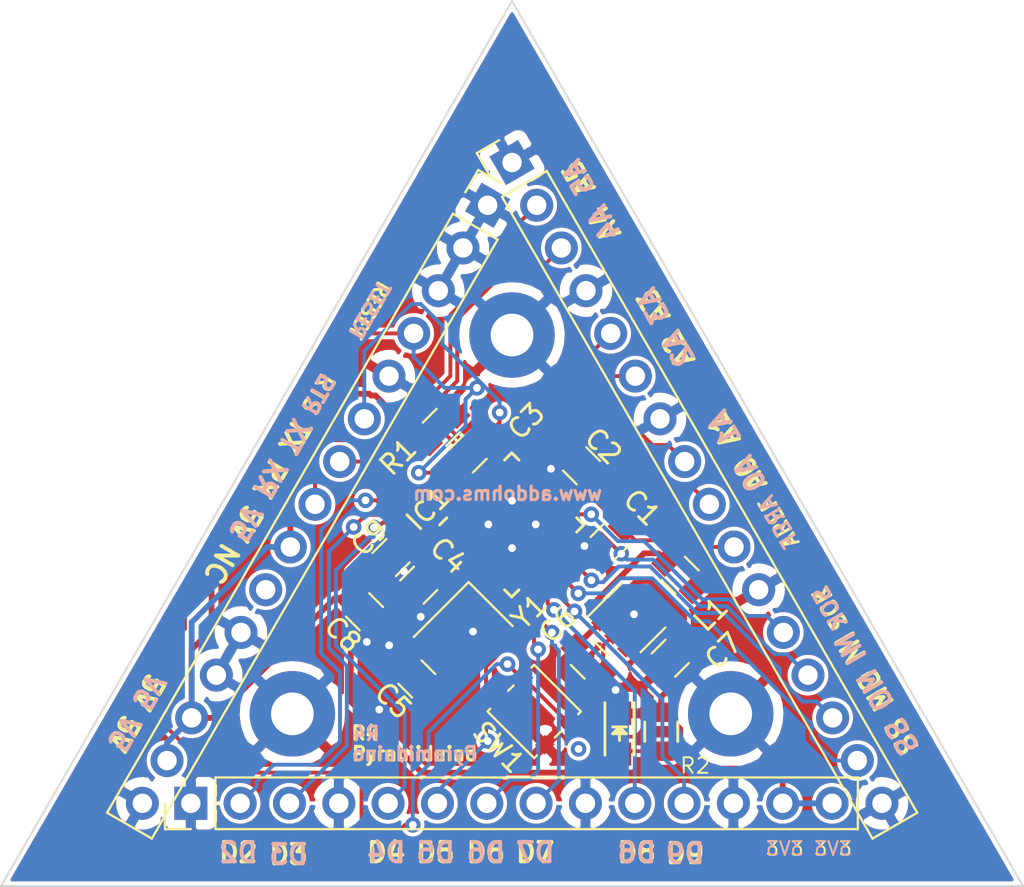
<source format=kicad_pcb>
(kicad_pcb (version 4) (host pcbnew 4.0.5)
  (layers (0 F.Cu signal) (31 B.Cu signal) (34 B.Paste user) (35 F.Paste user) (36 B.SilkS user) (37 F.SilkS user) (38 B.Mask user) (39 F.Mask user) (44 Edge.Cuts user))
  (net 0 "")
  (net 1 "Net-(C1-Pad1)")
  (net 2 GND)
  (net 3 /AREF)
  (net 4 /RESET)
  (net 5 /RTS)
  (net 6 /X_P)
  (net 7 /X_N)
  (net 8 VCC)
  (net 9 +3V3)
  (net 10 /D3)
  (net 11 /D4)
  (net 12 /D5)
  (net 13 /D6)
  (net 14 /D7)
  (net 15 /D8)
  (net 16 /D9)
  (net 17 /SS)
  (net 18 /MOSI)
  (net 19 /MISO)
  (net 20 /SCK)
  (net 21 /A0)
  (net 22 /A1)
  (net 23 /A2)
  (net 24 /A3)
  (net 25 /A4)
  (net 26 /A5)
  (net 27 /328-RX)
  (net 28 /328-TX)
  (net 29 /D2)
  (net 30 "Net-(D1-Pad2)")
  (module Pin_Headers:Pin_Header_Straight_1x16_Pitch2.54mm (layer F.Cu) (at 126.317 92.739 30)
    (fp_text reference P1 hide)
    (fp_text value CONN_01X16)
    (pad 1 thru_hole rect (at 0 0 30) (size 1.7 1.7) (drill 1) (layers *.Cu *.Mask) (net 2 GND))
    (pad 2 thru_hole oval (at 0 2.54 30) (size 1.7 1.7) (drill 1) (layers *.Cu *.Mask) (net 26 /A5))
    (pad 3 thru_hole oval (at 0 5.08 30) (size 1.7 1.7) (drill 1) (layers *.Cu *.Mask) (net 25 /A4))
    (pad 4 thru_hole oval (at 0 7.62 30) (size 1.7 1.7) (drill 1) (layers *.Cu *.Mask) (net 2 GND))
    (pad 5 thru_hole oval (at 0 10.16 30) (size 1.7 1.7) (drill 1) (layers *.Cu *.Mask) (net 24 /A3))
    (pad 6 thru_hole oval (at 0 12.7 30) (size 1.7 1.7) (drill 1) (layers *.Cu *.Mask) (net 23 /A2))
    (pad 7 thru_hole oval (at 0 15.24 30) (size 1.7 1.7) (drill 1) (layers *.Cu *.Mask) (net 2 GND))
    (pad 8 thru_hole oval (at 0 17.78 30) (size 1.7 1.7) (drill 1) (layers *.Cu *.Mask) (net 22 /A1))
    (pad 9 thru_hole oval (at 0 20.32 30) (size 1.7 1.7) (drill 1) (layers *.Cu *.Mask) (net 21 /A0))
    (pad 10 thru_hole oval (at 0 22.86 30) (size 1.7 1.7) (drill 1) (layers *.Cu *.Mask) (net 3 /AREF))
    (pad 11 thru_hole oval (at 0 25.4 30) (size 1.7 1.7) (drill 1) (layers *.Cu *.Mask) (net 2 GND))
    (pad 12 thru_hole oval (at 0 27.94 30) (size 1.7 1.7) (drill 1) (layers *.Cu *.Mask) (net 20 /SCK))
    (pad 13 thru_hole oval (at 0 30.48 30) (size 1.7 1.7) (drill 1) (layers *.Cu *.Mask) (net 19 /MISO))
    (pad 14 thru_hole oval (at 0 33.02 30) (size 1.7 1.7) (drill 1) (layers *.Cu *.Mask) (net 18 /MOSI))
    (pad 15 thru_hole oval (at 0 35.56 30) (size 1.7 1.7) (drill 1) (layers *.Cu *.Mask) (net 17 /SS))
    (pad 16 thru_hole oval (at 0 38.1 30) (size 1.7 1.7) (drill 1) (layers *.Cu *.Mask) (net 2 GND))
  )
  (module Capacitors_SMD:C_0805 (layer F.Cu) (at 131.318 112.268 225)
    (fp_text reference C1 (at -2.439518 0.060811 315) (layer F.SilkS))
    (fp_text value 100nF)
    (pad 1 smd rect (at -1 0 225) (size 1 1.25) (layers F.Cu F.Paste F.Mask) (net 1 "Net-(C1-Pad1)"))
    (pad 2 smd rect (at 1 0 225) (size 1 1.25) (layers F.Cu F.Paste F.Mask) (net 2 GND))
  )
  (module Capacitors_SMD:C_0805 (layer F.Cu) (at 129.8956 108.3564 135)
    (fp_text reference C2 (at -0.071842 1.508683 135) (layer F.SilkS))
    (fp_text value 10nF)
    (pad 1 smd rect (at -1 0 135) (size 1 1.25) (layers F.Cu F.Paste F.Mask) (net 3 /AREF))
    (pad 2 smd rect (at 1 0 135) (size 1 1.25) (layers F.Cu F.Paste F.Mask) (net 2 GND))
  )
  (module Capacitors_SMD:C_0805 (layer F.Cu) (at 124.0536 107.7468 45)
    (fp_text reference C3 (at 3.304734 0.933947 45) (layer F.SilkS))
    (fp_text value 100nF)
    (pad 1 smd rect (at -1 0 45) (size 1 1.25) (layers F.Cu F.Paste F.Mask) (net 4 /RESET))
    (pad 2 smd rect (at 1 0 45) (size 1 1.25) (layers F.Cu F.Paste F.Mask) (net 5 /RTS))
  )
  (module Capacitors_SMD:C_0805 (layer F.Cu) (at 121.5136 114.5032 45)
    (fp_text reference C4 (at 2.155261 0 315) (layer F.SilkS))
    (fp_text value 22pF)
    (pad 1 smd rect (at -1 0 45) (size 1 1.25) (layers F.Cu F.Paste F.Mask) (net 2 GND))
    (pad 2 smd rect (at 1 0 45) (size 1 1.25) (layers F.Cu F.Paste F.Mask) (net 6 /X_P))
  )
  (module Capacitors_SMD:C_0805 (layer F.Cu) (at 121.412 119.3292 315)
    (fp_text reference C5 (at -0.071842 1.652367 315) (layer F.SilkS))
    (fp_text value 22pF)
    (pad 1 smd rect (at -1 0 315) (size 1 1.25) (layers F.Cu F.Paste F.Mask) (net 2 GND))
    (pad 2 smd rect (at 1 0 315) (size 1 1.25) (layers F.Cu F.Paste F.Mask) (net 7 /X_N))
  )
  (module Capacitors_SMD:C_0805 (layer F.Cu) (at 130.302 118.364 135)
    (fp_text reference C6 (at 2.44263 0.143684 225) (layer F.SilkS))
    (fp_text value 1uF)
    (pad 1 smd rect (at -1 0 135) (size 1 1.25) (layers F.Cu F.Paste F.Mask) (net 2 GND))
    (pad 2 smd rect (at 1 0 135) (size 1 1.25) (layers F.Cu F.Paste F.Mask) (net 8 VCC))
  )
  (module Capacitors_SMD:C_0805 (layer F.Cu) (at 134.4676 118.2624 45)
    (fp_text reference C7 (at 2.188354 1.675843 45) (layer F.SilkS))
    (fp_text value 1uF)
    (pad 1 smd rect (at -1 0 45) (size 1 1.25) (layers F.Cu F.Paste F.Mask) (net 2 GND))
    (pad 2 smd rect (at 1 0 45) (size 1 1.25) (layers F.Cu F.Paste F.Mask) (net 9 +3V3))
  )
  (module Capacitors_SMD:C_0805 (layer F.Cu) (at 118.7196 115.8748 315)
    (fp_text reference C8 (at 0.035921 1.616446 315) (layer F.SilkS))
    (fp_text value 1uF)
    (pad 1 smd rect (at -1 0 315) (size 1 1.25) (layers F.Cu F.Paste F.Mask) (net 8 VCC))
    (pad 2 smd rect (at 1 0 315) (size 1 1.25) (layers F.Cu F.Paste F.Mask) (net 2 GND))
  )
  (module Capacitors_SMD:C_0805 (layer F.Cu) (at 120.0912 113.0808 225)
    (fp_text reference C9 (at 0.071842 1.508683 225) (layer F.SilkS))
    (fp_text value 100nF)
    (pad 1 smd rect (at -1 0 225) (size 1 1.25) (layers F.Cu F.Paste F.Mask) (net 8 VCC))
    (pad 2 smd rect (at 1 0 225) (size 1 1.25) (layers F.Cu F.Paste F.Mask) (net 2 GND))
  )
  (module Capacitors_SMD:C_0805 (layer F.Cu) (at 134.9756 113.9952 135)
    (fp_text reference L1 (at -2.530877 -0.304339 225) (layer F.SilkS))
    (fp_text value 10uH)
    (pad 1 smd rect (at -1 0 135) (size 1 1.25) (layers F.Cu F.Paste F.Mask) (net 1 "Net-(C1-Pad1)"))
    (pad 2 smd rect (at 1 0 135) (size 1 1.25) (layers F.Cu F.Paste F.Mask) (net 8 VCC))
  )
  (module Pin_Headers:Pin_Header_Straight_1x15_Pitch2.54mm (layer F.Cu) (at 125.061 94.939 330)
    (fp_text reference P2 hide)
    (fp_text value CONN_01X14)
    (pad 1 thru_hole rect (at 0 0 330) (size 1.7 1.7) (drill 1) (layers *.Cu *.Mask) (net 2 GND))
    (pad 2 thru_hole oval (at 0 2.54 330) (size 1.7 1.7) (drill 1) (layers *.Cu *.Mask) (net 2 GND))
    (pad 3 thru_hole oval (at 0 5.08 330) (size 1.7 1.7) (drill 1) (layers *.Cu *.Mask) (net 2 GND))
    (pad 4 thru_hole oval (at 0 7.62 330) (size 1.7 1.7) (drill 1) (layers *.Cu *.Mask) (net 4 /RESET))
    (pad 5 thru_hole oval (at 0 10.16 330) (size 1.7 1.7) (drill 1) (layers *.Cu *.Mask) (net 2 GND))
    (pad 6 thru_hole oval (at 0 12.7 330) (size 1.7 1.7) (drill 1) (layers *.Cu *.Mask) (net 5 /RTS))
    (pad 7 thru_hole oval (at 0 15.24 330) (size 1.7 1.7) (drill 1) (layers *.Cu *.Mask) (net 28 /328-TX))
    (pad 8 thru_hole oval (at 0 17.78 330) (size 1.7 1.7) (drill 1) (layers *.Cu *.Mask) (net 27 /328-RX))
    (pad 9 thru_hole oval (at 0 20.32 330) (size 1.7 1.7) (drill 1) (layers *.Cu *.Mask) (net 8 VCC))
    (pad 10 thru_hole oval (at 0 22.86 330) (size 1.7 1.7) (drill 1) (layers *.Cu *.Mask))
    (pad 11 thru_hole oval (at 0 25.4 330) (size 1.7 1.7) (drill 1) (layers *.Cu *.Mask) (net 2 GND))
    (pad 12 thru_hole oval (at 0 27.94 330) (size 1.7 1.7) (drill 1) (layers *.Cu *.Mask) (net 2 GND))
    (pad 13 thru_hole oval (at 0 30.48 330) (size 1.7 1.7) (drill 1) (layers *.Cu *.Mask) (net 8 VCC))
    (pad 14 thru_hole oval (at 0 33.02 330) (size 1.7 1.7) (drill 1) (layers *.Cu *.Mask) (net 8 VCC))
    (pad 15 thru_hole oval (at 0 35.56 330) (size 1.7 1.7) (drill 1) (layers *.Cu *.Mask) (net 2 GND))
  )
  (module Pin_Headers:Pin_Header_Straight_1x14_Pitch2.54mm (layer F.Cu) (at 109.776 125.735 90)
    (fp_text reference P3 hide)
    (fp_text value CONN_01X14)
    (pad 1 thru_hole rect (at 0 0 90) (size 1.7 1.7) (drill 1) (layers *.Cu *.Mask) (net 2 GND))
    (pad 2 thru_hole oval (at 0 2.54 90) (size 1.7 1.7) (drill 1) (layers *.Cu *.Mask) (net 29 /D2))
    (pad 3 thru_hole oval (at 0 5.08 90) (size 1.7 1.7) (drill 1) (layers *.Cu *.Mask) (net 10 /D3))
    (pad 4 thru_hole oval (at 0 7.62 90) (size 1.7 1.7) (drill 1) (layers *.Cu *.Mask) (net 2 GND))
    (pad 5 thru_hole oval (at 0 10.16 90) (size 1.7 1.7) (drill 1) (layers *.Cu *.Mask) (net 11 /D4))
    (pad 6 thru_hole oval (at 0 12.7 90) (size 1.7 1.7) (drill 1) (layers *.Cu *.Mask) (net 12 /D5))
    (pad 7 thru_hole oval (at 0 15.24 90) (size 1.7 1.7) (drill 1) (layers *.Cu *.Mask) (net 13 /D6))
    (pad 8 thru_hole oval (at 0 17.78 90) (size 1.7 1.7) (drill 1) (layers *.Cu *.Mask) (net 14 /D7))
    (pad 9 thru_hole oval (at 0 20.32 90) (size 1.7 1.7) (drill 1) (layers *.Cu *.Mask) (net 2 GND))
    (pad 10 thru_hole oval (at 0 22.86 90) (size 1.7 1.7) (drill 1) (layers *.Cu *.Mask) (net 15 /D8))
    (pad 11 thru_hole oval (at 0 25.4 90) (size 1.7 1.7) (drill 1) (layers *.Cu *.Mask) (net 16 /D9))
    (pad 12 thru_hole oval (at 0 27.94 90) (size 1.7 1.7) (drill 1) (layers *.Cu *.Mask) (net 2 GND))
    (pad 13 thru_hole oval (at 0 30.48 90) (size 1.7 1.7) (drill 1) (layers *.Cu *.Mask) (net 9 +3V3))
    (pad 14 thru_hole oval (at 0 33.02 90) (size 1.7 1.7) (drill 1) (layers *.Cu *.Mask) (net 9 +3V3))
  )
  (module Mounting_Holes:MountingHole_2.2mm_M2_Pad (layer F.Cu) (at 115.005 121.127)
    (fp_text reference P4 hide)
    (fp_text value CONN_01X01)
    (pad 1 thru_hole circle (at 0 0) (size 4.4 4.4) (drill 2.2) (layers *.Cu *.Mask) (net 2 GND))
  )
  (module Mounting_Holes:MountingHole_2.2mm_M2_Pad (layer F.Cu) (at 137.578 121.127)
    (fp_text reference P5 hide)
    (fp_text value CONN_01X01)
    (pad 1 thru_hole circle (at 0 0) (size 4.4 4.4) (drill 2.2) (layers *.Cu *.Mask) (net 2 GND))
  )
  (module Mounting_Holes:MountingHole_2.2mm_M2_Pad (layer F.Cu) (at 126.317 101.621)
    (fp_text reference P6 hide)
    (fp_text value CONN_01X01)
    (pad 1 thru_hole circle (at 0 0) (size 4.4 4.4) (drill 2.2) (layers *.Cu *.Mask) (net 2 GND))
  )
  (module Capacitors_SMD:C_0805 (layer F.Cu) (at 122.682 106.3752 45)
    (fp_text reference R1 (at -2.658156 -0.502894 45) (layer F.SilkS))
    (fp_text value 100K)
    (pad 1 smd rect (at -1 0 45) (size 1 1.25) (layers F.Cu F.Paste F.Mask) (net 8 VCC))
    (pad 2 smd rect (at 1 0 45) (size 1 1.25) (layers F.Cu F.Paste F.Mask) (net 4 /RESET))
  )
  (module TO_SOT_Packages_SMD:SOT-23-5 (layer F.Cu) (at 132.4356 116.1796 45)
    (fp_text reference U1 hide)
    (fp_text value MIC5504-3.3YM5)
    (pad 1 smd rect (at -1.1 -0.95 45) (size 1.06 0.65) (layers F.Cu F.Paste F.Mask) (net 8 VCC))
    (pad 2 smd rect (at -1.1 0 45) (size 1.06 0.65) (layers F.Cu F.Paste F.Mask) (net 2 GND))
    (pad 3 smd rect (at -1.1 0.95 45) (size 1.06 0.65) (layers F.Cu F.Paste F.Mask))
    (pad 4 smd rect (at 1.1 0.95 45) (size 1.06 0.65) (layers F.Cu F.Paste F.Mask))
    (pad 5 smd rect (at 1.1 -0.95 45) (size 1.06 0.65) (layers F.Cu F.Paste F.Mask) (net 9 +3V3))
  )
  (module "My Libraries:FA238-4pin_3.2x2.5mm_Offset" (layer F.Cu) (at 123.7996 116.8908 225)
    (fp_text reference Y1 (at -3.125129 -1.688288 225) (layer F.SilkS))
    (fp_text value 16M)
    (pad 1 smd rect (at -1.1 0.8 225) (size 1.4 1.2) (layers F.Cu F.Paste F.Mask) (net 6 /X_P))
    (pad 2 smd rect (at 1.1 0.8 225) (size 1.4 1.2) (layers F.Cu F.Paste F.Mask) (net 2 GND))
    (pad 3 smd rect (at 1.1 -0.8 225) (size 1.4 1.2) (layers F.Cu F.Paste F.Mask) (net 7 /X_N))
    (pad 4 smd rect (at -1.1 -0.8 225) (size 1.4 1.2) (layers F.Cu F.Paste F.Mask) (net 2 GND))
  )
  (module "My Libraries:SW_SPST_PTS830" (layer F.Cu) (at 127.4572 121.0056 135)
    (fp_text reference SW1 (at 0 -2.6 135) (layer F.SilkS))
    (fp_text value SW_PUSH)
    (pad 1 smd rect (at -1.6 -0.825 135) (size 0.7 0.75) (layers F.Cu F.Paste F.Mask) (net 2 GND))
    (pad 1 smd rect (at 1.6 -0.825 135) (size 0.7 0.75) (layers F.Cu F.Paste F.Mask) (net 2 GND))
    (pad 2 smd rect (at -1.6 0.825 135) (size 0.7 0.75) (layers F.Cu F.Paste F.Mask) (net 4 /RESET))
    (pad 2 smd rect (at 1.6 0.825 135) (size 0.7 0.75) (layers F.Cu F.Paste F.Mask) (net 4 /RESET))
  )
  (module "My Libraries:QFN-32-1EP_5x5mm_Pitch0.5mm-GND" (layer F.Cu) (at 126.3 111.4 45)
    (fp_text reference IC1 (at -2.469924 -3.635236 225) (layer F.SilkS))
    (fp_text value ATMEGA328-A)
    (pad 1 smd rect (at -2.4 -1.75 45) (size 0.7 0.25) (layers F.Cu F.Paste F.Mask) (net 10 /D3))
    (pad 2 smd rect (at -2.4 -1.25 45) (size 0.7 0.25) (layers F.Cu F.Paste F.Mask) (net 11 /D4))
    (pad 3 smd rect (at -2.4 -0.75 45) (size 0.7 0.25) (layers F.Cu F.Paste F.Mask) (net 2 GND))
    (pad 4 smd rect (at -2.4 -0.25 45) (size 0.7 0.25) (layers F.Cu F.Paste F.Mask) (net 8 VCC))
    (pad 5 smd rect (at -2.4 0.25 45) (size 0.7 0.25) (layers F.Cu F.Paste F.Mask) (net 2 GND))
    (pad 6 smd rect (at -2.4 0.75 45) (size 0.7 0.25) (layers F.Cu F.Paste F.Mask) (net 8 VCC))
    (pad 7 smd rect (at -2.4 1.25 45) (size 0.7 0.25) (layers F.Cu F.Paste F.Mask) (net 6 /X_P))
    (pad 8 smd rect (at -2.4 1.75 45) (size 0.7 0.25) (layers F.Cu F.Paste F.Mask) (net 7 /X_N))
    (pad 9 smd rect (at -1.75 2.4 135) (size 0.7 0.25) (layers F.Cu F.Paste F.Mask) (net 12 /D5))
    (pad 10 smd rect (at -1.25 2.4 135) (size 0.7 0.25) (layers F.Cu F.Paste F.Mask) (net 13 /D6))
    (pad 11 smd rect (at -0.75 2.4 135) (size 0.7 0.25) (layers F.Cu F.Paste F.Mask) (net 14 /D7))
    (pad 12 smd rect (at -0.25 2.4 135) (size 0.7 0.25) (layers F.Cu F.Paste F.Mask) (net 15 /D8))
    (pad 13 smd rect (at 0.25 2.4 135) (size 0.7 0.25) (layers F.Cu F.Paste F.Mask) (net 16 /D9))
    (pad 14 smd rect (at 0.75 2.4 135) (size 0.7 0.25) (layers F.Cu F.Paste F.Mask) (net 17 /SS))
    (pad 15 smd rect (at 1.25 2.4 135) (size 0.7 0.25) (layers F.Cu F.Paste F.Mask) (net 18 /MOSI))
    (pad 16 smd rect (at 1.75 2.4 135) (size 0.7 0.25) (layers F.Cu F.Paste F.Mask) (net 19 /MISO))
    (pad 17 smd rect (at 2.4 1.75 45) (size 0.7 0.25) (layers F.Cu F.Paste F.Mask) (net 20 /SCK))
    (pad 18 smd rect (at 2.4 1.25 45) (size 0.7 0.25) (layers F.Cu F.Paste F.Mask) (net 1 "Net-(C1-Pad1)"))
    (pad 19 smd rect (at 2.4 0.75 45) (size 0.7 0.25) (layers F.Cu F.Paste F.Mask))
    (pad 20 smd rect (at 2.4 0.25 45) (size 0.7 0.25) (layers F.Cu F.Paste F.Mask) (net 3 /AREF))
    (pad 21 smd rect (at 2.4 -0.25 45) (size 0.7 0.25) (layers F.Cu F.Paste F.Mask) (net 2 GND))
    (pad 22 smd rect (at 2.4 -0.75 45) (size 0.7 0.25) (layers F.Cu F.Paste F.Mask))
    (pad 23 smd rect (at 2.4 -1.25 45) (size 0.7 0.25) (layers F.Cu F.Paste F.Mask) (net 21 /A0))
    (pad 24 smd rect (at 2.4 -1.75 45) (size 0.7 0.25) (layers F.Cu F.Paste F.Mask) (net 22 /A1))
    (pad 25 smd rect (at 1.75 -2.4 135) (size 0.7 0.25) (layers F.Cu F.Paste F.Mask) (net 23 /A2))
    (pad 26 smd rect (at 1.25 -2.4 135) (size 0.7 0.25) (layers F.Cu F.Paste F.Mask) (net 24 /A3))
    (pad 27 smd rect (at 0.75 -2.4 135) (size 0.7 0.25) (layers F.Cu F.Paste F.Mask) (net 25 /A4))
    (pad 28 smd rect (at 0.25 -2.4 135) (size 0.7 0.25) (layers F.Cu F.Paste F.Mask) (net 26 /A5))
    (pad 29 smd rect (at -0.25 -2.4 135) (size 0.7 0.25) (layers F.Cu F.Paste F.Mask) (net 4 /RESET))
    (pad 30 smd rect (at -0.75 -2.4 135) (size 0.7 0.25) (layers F.Cu F.Paste F.Mask) (net 27 /328-RX))
    (pad 31 smd rect (at -1.25 -2.4 135) (size 0.7 0.25) (layers F.Cu F.Paste F.Mask) (net 28 /328-TX))
    (pad 32 smd rect (at -1.75 -2.4 135) (size 0.7 0.25) (layers F.Cu F.Paste F.Mask) (net 29 /D2))
    (pad 5 smd rect (at 0.8625 0.8625 45) (size 1.725 1.725) (layers F.Cu F.Paste F.Mask) (net 2 GND))
    (pad 5 smd rect (at 0.8625 -0.8625 45) (size 1.725 1.725) (layers F.Cu F.Paste F.Mask) (net 2 GND))
    (pad 5 smd rect (at -0.8625 0.8625 45) (size 1.725 1.725) (layers F.Cu F.Paste F.Mask) (net 2 GND))
    (pad 5 smd rect (at -0.8625 -0.8625 45) (size 1.725 1.725) (layers F.Cu F.Paste F.Mask) (net 2 GND))
  )
  (module LEDs:LED_0805 (layer F.Cu) (at 131.85 122.15098 270)
    (fp_text reference D1 hide)
    (fp_text value LED)
    (pad 2 smd rect (at 1.04902 0 90) (size 1.19888 1.19888) (layers F.Cu F.Paste F.Mask) (net 30 "Net-(D1-Pad2)"))
    (pad 1 smd rect (at -1.04902 0 90) (size 1.19888 1.19888) (layers F.Cu F.Paste F.Mask) (net 2 GND))
  )
  (module Capacitors_SMD:C_0805 (layer F.Cu) (at 134 122.05 270)
    (fp_text reference R2 (at 1.75 -1.75 360) (layer F.SilkS) (effects (font (size 0.8 0.8) (thickness 0.1))))
    (fp_text value 1k)
    (pad 1 smd rect (at -1 0 270) (size 1 1.25) (layers F.Cu F.Paste F.Mask) (net 9 +3V3))
    (pad 2 smd rect (at 1 0 270) (size 1 1.25) (layers F.Cu F.Paste F.Mask) (net 30 "Net-(D1-Pad2)"))
  )
  (gr_text NC (at 111.3536 113.3856 240) (layer F.SilkS) (effects (font (size 1 1) (thickness 0.2))))
  (gr_text www.addohms.com (at 126.0856 109.7788) (layer B.SilkS) (effects (font (size 0.7 0.7) (thickness 0.16)) (justify mirror)))
  (gr_text R4 (at 118.8 122.15) (layer B.SilkS) (effects (font (size 0.7 0.7) (thickness 0.16)) (justify mirror)))
  (gr_text Pyramiduino (at 121.3104 123.19) (layer B.SilkS) (effects (font (size 0.7 0.7) (thickness 0.16)) (justify mirror)))
  (gr_text R4 (at 118.75 122.1232) (layer F.SilkS) (effects (font (size 0.7 0.7) (thickness 0.16))))
  (gr_text RESET (at 118.9736 100.33 240) (layer B.SilkS) (effects (font (size 0.7 0.7) (thickness 0.16)) (justify mirror)))
  (gr_text RTS (at 116.332 104.648 240) (layer B.SilkS) (effects (font (size 0.8 0.8) (thickness 0.175)) (justify mirror)))
  (gr_text TX (at 115.1128 106.8324 240) (layer B.SilkS) (effects (font (size 1 1) (thickness 0.2)) (justify mirror)))
  (gr_text RX (at 113.8428 109.0168 240) (layer B.SilkS) (effects (font (size 1 1) (thickness 0.2)) (justify mirror)))
  (gr_text 5V (at 112.5728 111.3028 240) (layer B.SilkS) (effects (font (size 1 1) (thickness 0.2)) (justify mirror)))
  (gr_text 5V (at 107.5944 119.9896 240) (layer B.SilkS) (effects (font (size 1 1) (thickness 0.2)) (justify mirror)))
  (gr_text 5V (at 106.3244 122.1232 240) (layer B.SilkS) (effects (font (size 1 1) (thickness 0.2)) (justify mirror)))
  (gr_text D2 (at 112.2172 128.27) (layer B.SilkS) (effects (font (size 1 1) (thickness 0.2)) (justify mirror)))
  (gr_text D3 (at 114.808 128.3716) (layer B.SilkS) (effects (font (size 1 1) (thickness 0.2)) (justify mirror)))
  (gr_text D4 (at 119.8372 128.27) (layer B.SilkS) (effects (font (size 1 1) (thickness 0.2)) (justify mirror)))
  (gr_text D5 (at 122.3772 128.27) (layer B.SilkS) (effects (font (size 1 1) (thickness 0.2)) (justify mirror)))
  (gr_text D6 (at 124.968 128.27) (layer B.SilkS) (effects (font (size 1 1) (thickness 0.2)) (justify mirror)))
  (gr_text D7 (at 127.508 128.27) (layer B.SilkS) (effects (font (size 1 1) (thickness 0.2)) (justify mirror)))
  (gr_text D8 (at 132.7404 128.27) (layer B.SilkS) (effects (font (size 1 1) (thickness 0.2)) (justify mirror)))
  (gr_text D9 (at 135.2296 128.3208) (layer B.SilkS) (effects (font (size 1 1) (thickness 0.2)) (justify mirror)))
  (gr_text 3V3 (at 140.3604 128.0668) (layer B.SilkS) (effects (font (size 0.7 0.7) (thickness 0.1)) (justify mirror)))
  (gr_text 3V3 (at 142.8496 128.0668) (layer B.SilkS) (effects (font (size 0.7 0.7) (thickness 0.1)) (justify mirror)))
  (gr_text MI (at 143.764 117.7544 120) (layer B.SilkS) (effects (font (size 1 1) (thickness 0.2)) (justify mirror)))
  (gr_text A4 (at 131.064 95.8596 120) (layer B.SilkS) (effects (font (size 1 1) (thickness 0.2)) (justify mirror)))
  (gr_text SS (at 146.4056 122.2756 120) (layer B.SilkS) (effects (font (size 1 1) (thickness 0.2)) (justify mirror)))
  (gr_text MO (at 145.034 119.888 120) (layer B.SilkS) (effects (font (size 1 1) (thickness 0.2)) (justify mirror)))
  (gr_text MI (at 143.764 117.7036 120) (layer F.SilkS) (effects (font (size 1 1) (thickness 0.2))))
  (gr_text SCK (at 142.6972 115.6716 120) (layer F.SilkS) (effects (font (size 0.8 0.8) (thickness 0.175))))
  (gr_text AREF (at 140.0556 111.252 120) (layer B.SilkS) (effects (font (size 0.8 0.8)) (justify mirror)))
  (gr_text A0 (at 138.5824 108.7628 120) (layer B.SilkS) (effects (font (size 1 1) (thickness 0.2)) (justify mirror)))
  (gr_text A1 (at 137.2616 106.426 120) (layer B.SilkS) (effects (font (size 1 1) (thickness 0.2)) (justify mirror)))
  (gr_text A2 (at 134.874 102.3112 120) (layer B.SilkS) (effects (font (size 1 1) (thickness 0.2)) (justify mirror)))
  (gr_text A3 (at 133.604 100.1268 120) (layer F.SilkS) (effects (font (size 1 1) (thickness 0.2))))
  (gr_text A5 (at 129.7432 93.5228 120) (layer B.SilkS) (effects (font (size 1 1) (thickness 0.2)) (justify mirror)))
  (gr_text Pyramiduino (at 121.3104 123.19) (layer F.SilkS) (effects (font (size 0.7 0.7) (thickness 0.16))))
  (gr_text RESET (at 118.9736 100.33 240) (layer F.SilkS) (effects (font (size 0.7 0.7) (thickness 0.16))))
  (gr_text RTS (at 116.332 104.648 240) (layer F.SilkS) (effects (font (size 0.8 0.8) (thickness 0.175))))
  (gr_text TX (at 115.1128 106.8324 240) (layer F.SilkS) (effects (font (size 1 1) (thickness 0.2))))
  (gr_text RX (at 113.8428 109.0168 240) (layer F.SilkS) (effects (font (size 1 1) (thickness 0.2))))
  (gr_text 5V (at 112.6236 111.3028 240) (layer F.SilkS) (effects (font (size 1 1) (thickness 0.2))))
  (gr_text 5V (at 107.5944 119.9896 240) (layer F.SilkS) (effects (font (size 1 1) (thickness 0.2))))
  (gr_text 5V (at 106.3244 122.1232 240) (layer F.SilkS) (effects (font (size 1 1) (thickness 0.2))))
  (gr_text D2 (at 112.2172 128.27) (layer F.SilkS) (effects (font (size 1 1) (thickness 0.2))))
  (gr_text D3 (at 114.808 128.3716) (layer F.SilkS) (effects (font (size 1 1) (thickness 0.2))))
  (gr_text D4 (at 119.8372 128.27) (layer F.SilkS) (effects (font (size 1 1) (thickness 0.2))))
  (gr_text D5 (at 122.3772 128.27) (layer F.SilkS) (effects (font (size 1 1) (thickness 0.2))))
  (gr_text D6 (at 124.968 128.27) (layer F.SilkS) (effects (font (size 1 1) (thickness 0.2))))
  (gr_text D7 (at 127.508 128.27) (layer F.SilkS) (effects (font (size 1 1) (thickness 0.2))))
  (gr_text D8 (at 132.7404 128.27) (layer F.SilkS) (effects (font (size 1 1) (thickness 0.2))))
  (gr_text D9 (at 135.2296 128.3208) (layer F.SilkS) (effects (font (size 1 1) (thickness 0.2))))
  (gr_text 3V3 (at 140.3604 128.0668) (layer F.SilkS) (effects (font (size 0.7 0.7) (thickness 0.1))))
  (gr_text 3V3 (at 142.8496 128.0668) (layer F.SilkS) (effects (font (size 0.7 0.7) (thickness 0.1))))
  (gr_text AREF (at 140.0556 111.252 120) (layer F.SilkS) (effects (font (size 0.8 0.8))))
  (gr_text SS (at 146.4056 122.2756 120) (layer F.SilkS) (effects (font (size 1 1) (thickness 0.2))))
  (gr_text MO (at 145.034 119.888 120) (layer F.SilkS) (effects (font (size 1 1) (thickness 0.2))))
  (gr_text SCK (at 142.6972 115.6716 120) (layer B.SilkS) (effects (font (size 0.8 0.8) (thickness 0.175)) (justify mirror)))
  (gr_text A0 (at 138.5824 108.7628 120) (layer F.SilkS) (effects (font (size 1 1) (thickness 0.2))))
  (gr_text A1 (at 137.2108 106.4768 120) (layer F.SilkS) (effects (font (size 1 1) (thickness 0.2))))
  (gr_text A2 (at 134.874 102.362 120) (layer F.SilkS) (effects (font (size 1 1) (thickness 0.2))))
  (gr_text A3 (at 133.604 100.1268 120) (layer B.SilkS) (effects (font (size 1 1) (thickness 0.2)) (justify mirror)))
  (gr_text A4 (at 131.064 95.8596 120) (layer F.SilkS) (effects (font (size 1 1) (thickness 0.2))))
  (gr_text A5 (at 129.7432 93.5228 120) (layer F.SilkS) (effects (font (size 1 1) (thickness 0.2))))
  (gr_line (start 126.316 84.419) (end 100 130) (layer Edge.Cuts) (width 0.1))
  (gr_line (start 152.633 130) (end 126.316 84.419) (layer Edge.Cuts) (width 0.1))
  (gr_line (start 100 130) (end 152.633 130) (layer Edge.Cuts) (width 0.1))
  (segment (start 129.527534 122.720334) (end 129.7432 122.936) (width 0.2) (layer F.Cu) (net 0))
  (via (at 129.7432 122.936) (size 0.8) (drill 0.4) (layers F.Cu B.Cu) (net 0))
  (segment (start 132.025107 111.560893) (end 130.598614 110.1344) (width 0.2) (layer F.Cu) (net 1))
  (segment (start 130.598614 110.1344) (end 129.324367 110.1344) (width 0.2) (layer F.Cu) (net 1))
  (segment (start 129.324367 110.1344) (end 128.89794 110.560827) (width 0.2) (layer F.Cu) (net 1))
  (segment (start 135.682707 114.702307) (end 135.682707 113.394145) (width 0.2) (layer F.Cu) (net 1))
  (segment (start 135.682707 113.394145) (end 134.48115 112.192588) (width 0.2) (layer F.Cu) (net 1))
  (segment (start 134.48115 112.192588) (end 132.656802 112.192588) (width 0.2) (layer F.Cu) (net 1))
  (segment (start 132.656802 112.192588) (end 132.025107 111.560893) (width 0.2) (layer F.Cu) (net 1))
  (segment (start 124.072614 112.566726) (end 124.072614 112.398627) (width 0.2) (layer F.Cu) (net 2))
  (segment (start 124.072614 112.398627) (end 125.097241 111.374) (width 0.2) (layer F.Cu) (net 2))
  (segment (start 124.77972 113.273833) (end 125.459794 112.593759) (width 0.2) (layer F.Cu) (net 2))
  (segment (start 125.459794 112.593759) (end 126.317 112.593759) (width 0.2) (layer F.Cu) (net 2))
  (segment (start 131.212307 117.402893) (end 131.657783 116.957417) (width 0.2) (layer F.Cu) (net 2))
  (segment (start 131.009107 119.071107) (end 131.009107 117.606093) (width 0.2) (layer F.Cu) (net 2))
  (segment (start 131.009107 117.606093) (end 131.657783 116.957417) (width 0.2) (layer F.Cu) (net 2))
  (segment (start 132.6 116) (end 132.4 116.2) (width 0.2) (layer B.Cu) (net 2))
  (segment (start 132.4 116.2) (end 132.2 116.2) (width 0.2) (layer B.Cu) (net 2))
  (segment (start 131.657783 116.957417) (end 131.657783 116.942217) (width 0.2) (layer F.Cu) (net 2))
  (segment (start 131.657783 116.942217) (end 132.6 116) (width 0.2) (layer F.Cu) (net 2))
  (via (at 132.6 116) (size 0.8) (drill 0.4) (layers F.Cu B.Cu) (net 2))
  (segment (start 131.65 119.9) (end 131.4 119.65) (width 0.2) (layer B.Cu) (net 2))
  (segment (start 131.4 119.65) (end 131.3 119.65) (width 0.2) (layer B.Cu) (net 2))
  (segment (start 131.85 121.10196) (end 131.85 120.1) (width 0.2) (layer F.Cu) (net 2))
  (segment (start 131.85 120.1) (end 131.65 119.9) (width 0.2) (layer F.Cu) (net 2))
  (via (at 131.65 119.9) (size 0.8) (drill 0.4) (layers F.Cu B.Cu) (net 2))
  (via (at 126.317 112.593759) (size 0.8) (drill 0.4) (layers F.Cu B.Cu) (net 2))
  (via (at 126.317 110.154241) (size 0.8) (drill 0.4) (layers F.Cu B.Cu) (net 2))
  (via (at 127.536759 111.374) (size 0.8) (drill 0.4) (layers F.Cu B.Cu) (net 2))
  (via (at 125.097241 111.374) (size 0.8) (drill 0.4) (layers F.Cu B.Cu) (net 2))
  (segment (start 128.005208 122.720334) (end 125.742466 120.457592) (width 0.2) (layer F.Cu) (net 2))
  (segment (start 119.478531 120.907069) (end 119.1768 121.2088) (width 0.2) (layer B.Cu) (net 2))
  (segment (start 120.704893 118.622093) (end 120.704893 119.680707) (width 0.2) (layer F.Cu) (net 2))
  (segment (start 120.704893 119.680707) (end 119.478531 120.907069) (width 0.2) (layer F.Cu) (net 2))
  (via (at 119.478531 120.907069) (size 0.8) (drill 0.4) (layers F.Cu B.Cu) (net 2))
  (segment (start 124.930971 116.8908) (end 125.143103 116.678668) (width 0.2) (layer F.Cu) (net 2))
  (segment (start 124.3076 116.8908) (end 124.930971 116.8908) (width 0.2) (layer F.Cu) (net 2))
  (segment (start 124.3076 116.8908) (end 123.982443 116.8908) (width 0.2) (layer F.Cu) (net 2))
  (segment (start 123.982443 116.8908) (end 123.810589 117.062654) (width 0.2) (layer F.Cu) (net 2))
  (via (at 124.3076 116.8908) (size 0.8) (drill 0.4) (layers F.Cu B.Cu) (net 2))
  (segment (start 129.8956 112.3188) (end 130.048 112.4712) (width 0.2) (layer B.Cu) (net 2))
  (segment (start 130.048 112.4712) (end 130.048 112.486019) (width 0.2) (layer B.Cu) (net 2))
  (segment (start 130.610893 112.975107) (end 130.551907 112.975107) (width 0.2) (layer F.Cu) (net 2))
  (segment (start 130.551907 112.975107) (end 129.8956 112.3188) (width 0.2) (layer F.Cu) (net 2))
  (via (at 130.048 112.486019) (size 0.8) (drill 0.4) (layers F.Cu B.Cu) (net 2))
  (segment (start 129.188493 107.649293) (end 129.180307 107.649293) (width 0.2) (layer F.Cu) (net 2))
  (segment (start 129.180307 107.649293) (end 128.3208 108.5088) (width 0.2) (layer F.Cu) (net 2))
  (via (at 128.3208 108.5088) (size 0.8) (drill 0.4) (layers F.Cu B.Cu) (net 2))
  (segment (start 125.450794 112.593759) (end 126.317 112.593759) (width 0.2) (layer F.Cu) (net 2))
  (segment (start 126.317 112.593759) (end 125.097241 111.374) (width 0.2) (layer F.Cu) (net 2))
  (segment (start 127.536759 111.374) (end 126.317 112.593759) (width 0.2) (layer F.Cu) (net 2))
  (segment (start 126.317 110.154241) (end 127.536759 111.374) (width 0.2) (layer F.Cu) (net 2))
  (segment (start 127.83728 109.500167) (end 127.183206 110.154241) (width 0.2) (layer F.Cu) (net 2))
  (segment (start 127.183206 110.154241) (end 126.317 110.154241) (width 0.2) (layer F.Cu) (net 2))
  (segment (start 123.810589 117.062654) (end 123.444903 117.062654) (width 0.2) (layer F.Cu) (net 2))
  (segment (start 123.444903 117.062654) (end 123.404625 117.102932) (width 0.2) (layer F.Cu) (net 2))
  (segment (start 123.404625 117.102932) (end 122.456097 117.102932) (width 0.2) (layer F.Cu) (net 2))
  (segment (start 119.384093 113.787907) (end 120.747507 113.787907) (width 0.2) (layer F.Cu) (net 2))
  (segment (start 120.747507 113.787907) (end 120.7516 113.792) (width 0.2) (layer F.Cu) (net 2))
  (via (at 120.7516 113.792) (size 0.8) (drill 0.4) (layers F.Cu B.Cu) (net 2))
  (segment (start 119.426707 116.581907) (end 119.426707 116.836186) (width 0.2) (layer F.Cu) (net 2))
  (segment (start 119.426707 116.836186) (end 118.839577 117.423316) (width 0.2) (layer F.Cu) (net 2))
  (via (at 118.839577 117.423316) (size 0.8) (drill 0.4) (layers F.Cu B.Cu) (net 2))
  (segment (start 120.704893 118.622093) (end 120.704893 118.317293) (width 0.2) (layer F.Cu) (net 2))
  (segment (start 120.704893 118.317293) (end 119.9896 117.602) (width 0.2) (layer F.Cu) (net 2))
  (via (at 119.9896 117.602) (size 0.8) (drill 0.4) (layers F.Cu B.Cu) (net 2))
  (segment (start 122.456097 117.102932) (end 122.456097 116.969697) (width 0.2) (layer F.Cu) (net 2))
  (segment (start 122.456097 116.969697) (end 121.6152 116.1288) (width 0.2) (layer F.Cu) (net 2))
  (via (at 121.6152 116.1288) (size 0.8) (drill 0.4) (layers F.Cu B.Cu) (net 2))
  (segment (start 131.02697 109.48777) (end 131.02697 109.498686) (width 0.2) (layer F.Cu) (net 3))
  (segment (start 131.02697 109.498686) (end 133.368462 111.840178) (width 0.2) (layer F.Cu) (net 3))
  (segment (start 133.368462 111.840178) (end 134.954178 111.840178) (width 0.2) (layer F.Cu) (net 3))
  (segment (start 134.954178 111.840178) (end 135.650341 112.536341) (width 0.2) (layer F.Cu) (net 3))
  (segment (start 135.650341 112.536341) (end 137.747 112.536341) (width 0.2) (layer F.Cu) (net 3))
  (segment (start 130.602707 109.063507) (end 131.02697 109.48777) (width 0.2) (layer F.Cu) (net 3))
  (segment (start 128.190833 109.85372) (end 128.981046 109.063507) (width 0.2) (layer F.Cu) (net 3))
  (segment (start 128.981046 109.063507) (end 130.602707 109.063507) (width 0.2) (layer F.Cu) (net 3))
  (segment (start 126.909192 119.290866) (end 126.809266 119.290866) (width 0.2) (layer F.Cu) (net 4))
  (segment (start 126.809266 119.290866) (end 126.0856 118.5672) (width 0.2) (layer F.Cu) (net 4))
  (segment (start 129.171934 121.553608) (end 126.909192 119.290866) (width 0.2) (layer F.Cu) (net 4))
  (segment (start 124.5108 104.3432) (end 123.92543 104.92857) (width 0.2) (layer F.Cu) (net 4))
  (segment (start 123.92543 104.92857) (end 123.92543 105.13177) (width 0.2) (layer F.Cu) (net 4))
  (segment (start 123.92543 106.30017) (end 123.92543 104.92857) (width 0.2) (layer B.Cu) (net 4))
  (segment (start 123.92543 104.92857) (end 124.493651 104.360349) (width 0.2) (layer B.Cu) (net 4))
  (segment (start 121.251 101.538114) (end 121.251 102.740195) (width 0.2) (layer B.Cu) (net 4))
  (segment (start 121.251 102.740195) (end 122.854005 104.3432) (width 0.2) (layer B.Cu) (net 4))
  (segment (start 122.854005 104.3432) (end 124.476503 104.3432) (width 0.2) (layer B.Cu) (net 4))
  (segment (start 124.476503 104.3432) (end 124.493652 104.360349) (width 0.2) (layer B.Cu) (net 4))
  (segment (start 121.2088 124.5616) (end 122.0216 123.7488) (width 0.2) (layer B.Cu) (net 4))
  (segment (start 122.0216 123.7488) (end 122.0216 122.065515) (width 0.2) (layer B.Cu) (net 4))
  (segment (start 121.2088 126.8476) (end 121.2088 124.5616) (width 0.2) (layer B.Cu) (net 4))
  (segment (start 120.4976 127.1524) (end 120.8024 126.8476) (width 0.2) (layer F.Cu) (net 4))
  (segment (start 120.8024 126.8476) (end 121.2088 126.8476) (width 0.2) (layer F.Cu) (net 4))
  (via (at 121.2088 126.8476) (size 0.8) (drill 0.4) (layers F.Cu B.Cu) (net 4))
  (segment (start 119.0752 127.1524) (end 120.4976 127.1524) (width 0.2) (layer F.Cu) (net 4))
  (segment (start 118.5672 126.6444) (end 119.0752 127.1524) (width 0.2) (layer F.Cu) (net 4))
  (segment (start 118.5672 124.5108) (end 118.5672 126.6444) (width 0.2) (layer F.Cu) (net 4))
  (segment (start 118.2116 124.1552) (end 118.5672 124.5108) (width 0.2) (layer F.Cu) (net 4))
  (segment (start 110.873043 124.1552) (end 118.2116 124.1552) (width 0.2) (layer F.Cu) (net 4))
  (segment (start 115.6208 104.394) (end 118.476686 101.538114) (width 0.2) (layer F.Cu) (net 4))
  (segment (start 118.476686 101.538114) (end 121.251 101.538114) (width 0.2) (layer F.Cu) (net 4))
  (segment (start 115.6208 106.615311) (end 115.6208 104.394) (width 0.2) (layer F.Cu) (net 4))
  (segment (start 113.2332 110.0328) (end 113.2332 109.002911) (width 0.2) (layer F.Cu) (net 4))
  (segment (start 113.2332 109.002911) (end 115.6208 106.615311) (width 0.2) (layer F.Cu) (net 4))
  (segment (start 110.39559 112.87041) (end 113.2332 110.0328) (width 0.2) (layer F.Cu) (net 4))
  (segment (start 109.474 116.7384) (end 109.474 114.7572) (width 0.2) (layer F.Cu) (net 4))
  (segment (start 109.474 114.7572) (end 110.39559 113.83561) (width 0.2) (layer F.Cu) (net 4))
  (segment (start 110.39559 113.83561) (end 110.39559 112.87041) (width 0.2) (layer F.Cu) (net 4))
  (segment (start 107.442 118.7704) (end 109.474 116.7384) (width 0.2) (layer F.Cu) (net 4))
  (segment (start 107.442 120.724157) (end 107.442 118.7704) (width 0.2) (layer F.Cu) (net 4))
  (segment (start 110.873043 124.1552) (end 107.442 120.724157) (width 0.2) (layer F.Cu) (net 4))
  (segment (start 126.0856 118.5672) (end 125.519915 118.5672) (width 0.2) (layer B.Cu) (net 4))
  (segment (start 125.519915 118.5672) (end 122.0216 122.065515) (width 0.2) (layer B.Cu) (net 4))
  (via (at 126.0856 118.5672) (size 0.8) (drill 0.4) (layers F.Cu B.Cu) (net 4))
  (segment (start 121.5136 108.712) (end 123.0884 108.712) (width 0.2) (layer F.Cu) (net 4))
  (segment (start 123.0884 108.712) (end 123.346493 108.453907) (width 0.2) (layer F.Cu) (net 4))
  (segment (start 123.92543 106.30017) (end 121.5136 108.712) (width 0.2) (layer B.Cu) (net 4))
  (via (at 121.5136 108.712) (size 0.8) (drill 0.4) (layers F.Cu B.Cu) (net 4))
  (segment (start 123.92543 105.13177) (end 123.389107 105.668093) (width 0.2) (layer F.Cu) (net 4))
  (via (at 124.5108 104.3432) (size 0.8) (drill 0.4) (layers F.Cu B.Cu) (net 4))
  (segment (start 123.346493 108.453907) (end 123.346493 108.757046) (width 0.2) (layer F.Cu) (net 4))
  (segment (start 123.346493 108.757046) (end 124.443167 109.85372) (width 0.2) (layer F.Cu) (net 4))
  (segment (start 121.13236 100.0252) (end 118.711 102.44656) (width 0.2) (layer B.Cu) (net 5))
  (segment (start 118.711 102.44656) (end 118.711 105.937523) (width 0.2) (layer B.Cu) (net 5))
  (segment (start 121.6152 100.0252) (end 121.13236 100.0252) (width 0.2) (layer B.Cu) (net 5))
  (segment (start 122.7328 101.1428) (end 121.6152 100.0252) (width 0.2) (layer B.Cu) (net 5))
  (segment (start 122.7328 102.101115) (end 122.7328 101.1428) (width 0.2) (layer B.Cu) (net 5))
  (segment (start 125.6792 105.6132) (end 125.6792 105.047515) (width 0.2) (layer B.Cu) (net 5))
  (segment (start 125.6792 105.047515) (end 122.7328 102.101115) (width 0.2) (layer B.Cu) (net 5))
  (segment (start 125.6792 105.6132) (end 125.6792 106.1212) (width 0.2) (layer F.Cu) (net 5))
  (segment (start 125.6792 106.1212) (end 124.760707 107.039693) (width 0.2) (layer F.Cu) (net 5))
  (via (at 125.6792 105.6132) (size 0.8) (drill 0.4) (layers F.Cu B.Cu) (net 5))
  (segment (start 123.1392 113.907479) (end 123.711879 113.907479) (width 0.2) (layer F.Cu) (net 6))
  (segment (start 123.711879 113.907479) (end 124.3584 114.554) (width 0.2) (layer F.Cu) (net 6))
  (segment (start 122.220707 113.796093) (end 123.027814 113.796093) (width 0.2) (layer F.Cu) (net 6))
  (segment (start 123.027814 113.796093) (end 123.1392 113.907479) (width 0.2) (layer F.Cu) (net 6))
  (segment (start 122.220707 113.796093) (end 123.971911 115.547297) (width 0.2) (layer F.Cu) (net 6))
  (segment (start 123.971911 115.547297) (end 124.011732 115.547297) (width 0.2) (layer F.Cu) (net 6))
  (segment (start 124.904767 114.554) (end 124.3584 114.554) (width 0.2) (layer F.Cu) (net 6))
  (segment (start 125.503827 113.95494) (end 124.904767 114.554) (width 0.2) (layer F.Cu) (net 6))
  (segment (start 122.119107 120.036307) (end 123.587468 118.567946) (width 0.2) (layer F.Cu) (net 7))
  (segment (start 123.587468 118.567946) (end 123.587468 118.234303) (width 0.2) (layer F.Cu) (net 7))
  (segment (start 125.857381 114.308493) (end 125.539184 114.62669) (width 0.2) (layer F.Cu) (net 7))
  (segment (start 125.222 115.410651) (end 126.4412 116.629851) (width 0.2) (layer F.Cu) (net 7))
  (segment (start 125.539184 114.62669) (end 125.539184 114.643216) (width 0.2) (layer F.Cu) (net 7))
  (segment (start 126.4412 116.7384) (end 124.945297 118.234303) (width 0.2) (layer F.Cu) (net 7))
  (segment (start 125.539184 114.643216) (end 125.222 114.9604) (width 0.2) (layer F.Cu) (net 7))
  (segment (start 125.222 114.9604) (end 125.222 115.410651) (width 0.2) (layer F.Cu) (net 7))
  (segment (start 124.945297 118.234303) (end 123.587468 118.234303) (width 0.2) (layer F.Cu) (net 7))
  (segment (start 126.4412 116.629851) (end 126.4412 116.7384) (width 0.2) (layer F.Cu) (net 7))
  (segment (start 118.012493 115.167693) (end 118.012493 120.501693) (width 0.3) (layer F.Cu) (net 8))
  (segment (start 118.012493 120.501693) (end 121.666 124.1552) (width 0.3) (layer F.Cu) (net 8))
  (segment (start 130.7084 120.9548) (end 128.9304 119.1768) (width 0.3) (layer F.Cu) (net 8))
  (segment (start 121.666 124.1552) (end 129.634002 124.1552) (width 0.3) (layer F.Cu) (net 8))
  (segment (start 129.634002 124.1552) (end 130.7084 123.080802) (width 0.3) (layer F.Cu) (net 8))
  (segment (start 130.7084 123.080802) (end 130.7084 120.9548) (width 0.3) (layer F.Cu) (net 8))
  (segment (start 128.9304 119.1768) (end 128.9304 118.321386) (width 0.3) (layer F.Cu) (net 8))
  (segment (start 128.9304 118.321386) (end 129.594893 117.656893) (width 0.3) (layer F.Cu) (net 8))
  (segment (start 109.821 121.335454) (end 109.821 116.414555) (width 0.3) (layer B.Cu) (net 8))
  (segment (start 113.698919 112.536636) (end 114.901 112.536636) (width 0.3) (layer B.Cu) (net 8))
  (segment (start 109.821 116.414555) (end 113.698919 112.536636) (width 0.3) (layer B.Cu) (net 8))
  (segment (start 114.901 112.536636) (end 114.901 109.821) (width 0.3) (layer F.Cu) (net 8))
  (segment (start 114.901 109.821) (end 114.7572 109.6772) (width 0.3) (layer F.Cu) (net 8))
  (segment (start 110.8456 116.7892) (end 109.821 117.8138) (width 0.3) (layer F.Cu) (net 8))
  (segment (start 109.821 117.8138) (end 109.821 121.335454) (width 0.3) (layer F.Cu) (net 8))
  (segment (start 110.8456 113.5888) (end 110.8456 116.7892) (width 0.3) (layer F.Cu) (net 8))
  (segment (start 114.7572 109.6772) (end 110.8456 113.5888) (width 0.3) (layer F.Cu) (net 8))
  (segment (start 114.7572 108.115321) (end 114.7572 109.6772) (width 0.3) (layer F.Cu) (net 8))
  (segment (start 118.9736 104.648) (end 118.224521 104.648) (width 0.3) (layer F.Cu) (net 8))
  (segment (start 118.224521 104.648) (end 114.7572 108.115321) (width 0.3) (layer F.Cu) (net 8))
  (segment (start 119.063122 104.737522) (end 118.9736 104.648) (width 0.3) (layer F.Cu) (net 8))
  (segment (start 121.974893 107.082307) (end 121.462242 106.569656) (width 0.3) (layer F.Cu) (net 8))
  (segment (start 121.462242 106.569656) (end 121.119135 106.569656) (width 0.3) (layer F.Cu) (net 8))
  (segment (start 121.119135 106.569656) (end 119.287001 104.737522) (width 0.3) (layer F.Cu) (net 8))
  (segment (start 119.287001 104.737522) (end 119.063122 104.737522) (width 0.3) (layer F.Cu) (net 8))
  (segment (start 122.2773 112.650588) (end 122.972795 113.346083) (width 0.3) (layer F.Cu) (net 8))
  (segment (start 122.972795 113.346083) (end 123.786893 113.346083) (width 0.3) (layer F.Cu) (net 8))
  (segment (start 123.786893 113.346083) (end 123.8504 113.40959) (width 0.3) (layer F.Cu) (net 8))
  (segment (start 121.709528 112.9284) (end 121.98734 112.650588) (width 0.3) (layer F.Cu) (net 8))
  (segment (start 121.98734 112.650588) (end 122.2773 112.650588) (width 0.3) (layer F.Cu) (net 8))
  (segment (start 121.083388 112.650588) (end 121.3612 112.9284) (width 0.3) (layer F.Cu) (net 8))
  (segment (start 121.3612 112.9284) (end 121.709528 112.9284) (width 0.3) (layer F.Cu) (net 8))
  (segment (start 120.798307 112.373693) (end 121.075202 112.650588) (width 0.3) (layer F.Cu) (net 8))
  (segment (start 121.075202 112.650588) (end 121.083388 112.650588) (width 0.3) (layer F.Cu) (net 8))
  (segment (start 130.986031 116.285666) (end 130.685512 115.985147) (width 0.3) (layer F.Cu) (net 8))
  (segment (start 130.685512 115.985147) (end 130.685512 115.801112) (width 0.3) (layer F.Cu) (net 8))
  (segment (start 130.685512 115.801112) (end 130.7084 115.778224) (width 0.3) (layer F.Cu) (net 8))
  (segment (start 130.7084 115.778224) (end 130.7084 115.2652) (width 0.3) (layer F.Cu) (net 8))
  (segment (start 130.7084 115.2652) (end 133.10977 112.86383) (width 0.3) (layer F.Cu) (net 8))
  (segment (start 133.10977 112.86383) (end 133.84423 112.86383) (width 0.3) (layer F.Cu) (net 8))
  (segment (start 133.84423 112.86383) (end 134.268493 113.288093) (width 0.3) (layer F.Cu) (net 8))
  (segment (start 129.594893 117.656893) (end 129.614804 117.656893) (width 0.3) (layer F.Cu) (net 8))
  (segment (start 129.614804 117.656893) (end 130.986031 116.285666) (width 0.3) (layer F.Cu) (net 8))
  (segment (start 123.8504 113.40959) (end 124.38521 113.9444) (width 0.3) (layer F.Cu) (net 8))
  (segment (start 124.443167 112.89428) (end 123.927857 113.40959) (width 0.3) (layer F.Cu) (net 8))
  (segment (start 123.927857 113.40959) (end 123.8504 113.40959) (width 0.3) (layer F.Cu) (net 8))
  (segment (start 124.80726 113.9444) (end 124.832077 113.919583) (width 0.3) (layer F.Cu) (net 8))
  (segment (start 124.38521 113.9444) (end 124.80726 113.9444) (width 0.3) (layer F.Cu) (net 8))
  (segment (start 124.832077 113.919583) (end 125.150274 113.601386) (width 0.3) (layer F.Cu) (net 8))
  (segment (start 118.012493 115.167693) (end 118.012493 114.360586) (width 0.3) (layer F.Cu) (net 8))
  (segment (start 118.012493 114.360586) (end 118.0084 114.356493) (width 0.3) (layer F.Cu) (net 8))
  (segment (start 119.4816 112.3188) (end 119.939358 111.861042) (width 0.3) (layer F.Cu) (net 8))
  (segment (start 118.0084 114.356493) (end 118.0084 113.784728) (width 0.3) (layer F.Cu) (net 8))
  (segment (start 118.0084 113.784728) (end 119.474328 112.3188) (width 0.3) (layer F.Cu) (net 8))
  (segment (start 119.474328 112.3188) (end 119.4816 112.3188) (width 0.3) (layer F.Cu) (net 8))
  (segment (start 119.939358 111.861042) (end 120.285656 111.861042) (width 0.3) (layer F.Cu) (net 8))
  (segment (start 120.285656 111.861042) (end 120.798307 112.373693) (width 0.3) (layer F.Cu) (net 8))
  (segment (start 109.821 121.335454) (end 111.023081 121.335454) (width 0.3) (layer F.Cu) (net 8))
  (segment (start 111.023081 121.335454) (end 117.190842 115.167693) (width 0.3) (layer F.Cu) (net 8))
  (segment (start 117.190842 115.167693) (end 117.205386 115.167693) (width 0.3) (layer F.Cu) (net 8))
  (segment (start 117.205386 115.167693) (end 118.012493 115.167693) (width 0.3) (layer F.Cu) (net 8))
  (segment (start 108.551 123.535159) (end 108.551 122.605454) (width 0.3) (layer B.Cu) (net 8))
  (segment (start 108.551 122.605454) (end 109.821 121.335454) (width 0.3) (layer B.Cu) (net 8))
  (segment (start 134 121.05) (end 134.125 121.05) (width 0.3) (layer F.Cu) (net 9))
  (segment (start 134.125 121.05) (end 134.975001 121.900001) (width 0.3) (layer F.Cu) (net 9))
  (segment (start 134.975001 121.900001) (end 134.975001 122.732201) (width 0.3) (layer F.Cu) (net 9))
  (segment (start 134.975001 122.732201) (end 136.1948 123.952) (width 0.3) (layer F.Cu) (net 9))
  (segment (start 134.7216 119.888) (end 134.362 119.888) (width 0.3) (layer F.Cu) (net 9))
  (segment (start 134.362 119.888) (end 134 120.25) (width 0.3) (layer F.Cu) (net 9))
  (segment (start 134 120.25) (end 134 121.05) (width 0.3) (layer F.Cu) (net 9))
  (segment (start 139.7508 123.952) (end 140.256 124.4572) (width 0.3) (layer F.Cu) (net 9))
  (segment (start 140.256 124.4572) (end 140.256 125.735) (width 0.3) (layer F.Cu) (net 9))
  (segment (start 136.1948 123.952) (end 139.7508 123.952) (width 0.3) (layer F.Cu) (net 9))
  (segment (start 135.687358 118.922242) (end 134.7216 119.888) (width 0.3) (layer F.Cu) (net 9))
  (segment (start 135.174707 117.555293) (end 135.687358 118.067944) (width 0.3) (layer F.Cu) (net 9))
  (segment (start 135.687358 118.067944) (end 135.687358 118.922242) (width 0.3) (layer F.Cu) (net 9))
  (segment (start 142.796 125.735) (end 140.256 125.735) (width 0.3) (layer B.Cu) (net 9))
  (segment (start 133.416245 114.284555) (end 135.174707 116.043017) (width 0.3) (layer F.Cu) (net 9))
  (segment (start 135.174707 116.043017) (end 135.174707 117.555293) (width 0.3) (layer F.Cu) (net 9))
  (segment (start 132.541666 114.730031) (end 132.987142 114.284555) (width 0.3) (layer F.Cu) (net 9))
  (segment (start 132.987142 114.284555) (end 133.416245 114.284555) (width 0.3) (layer F.Cu) (net 9))
  (segment (start 114.856 125.735) (end 115.705999 124.885001) (width 0.2) (layer B.Cu) (net 10))
  (segment (start 115.705999 124.885001) (end 115.705999 124.882801) (width 0.2) (layer B.Cu) (net 10))
  (segment (start 115.705999 124.882801) (end 117.809811 122.778989) (width 0.2) (layer B.Cu) (net 10))
  (segment (start 117.809811 122.778989) (end 117.809811 118.663794) (width 0.2) (layer B.Cu) (net 10))
  (segment (start 117.809811 118.663794) (end 116.89399 117.747973) (width 0.2) (layer B.Cu) (net 10))
  (segment (start 116.89399 117.747973) (end 116.89399 112.77281) (width 0.2) (layer B.Cu) (net 10))
  (segment (start 116.89399 112.77281) (end 118.1608 111.506) (width 0.2) (layer B.Cu) (net 10))
  (segment (start 123.382507 111.833619) (end 122.430956 110.882068) (width 0.2) (layer F.Cu) (net 10))
  (segment (start 122.430956 110.882068) (end 118.784732 110.882068) (width 0.2) (layer F.Cu) (net 10))
  (segment (start 118.784732 110.882068) (end 118.1608 111.506) (width 0.2) (layer F.Cu) (net 10))
  (via (at 118.1608 111.506) (size 0.8) (drill 0.4) (layers F.Cu B.Cu) (net 10))
  (segment (start 119.1624 112.0376) (end 119.2 112) (width 0.2) (layer B.Cu) (net 11))
  (segment (start 118.95 112.0376) (end 119.1624 112.0376) (width 0.2) (layer B.Cu) (net 11))
  (segment (start 117.2464 113.7412) (end 118.95 112.0376) (width 0.2) (layer B.Cu) (net 11))
  (segment (start 119.205269 111.534469) (end 119.205269 111.782331) (width 0.2) (layer B.Cu) (net 11))
  (segment (start 119.658612 111.278188) (end 119.402331 111.534469) (width 0.2) (layer F.Cu) (net 11))
  (segment (start 119.402331 111.534469) (end 119.205269 111.534469) (width 0.2) (layer F.Cu) (net 11))
  (via (at 119.205269 111.534469) (size 0.8) (drill 0.4) (layers F.Cu B.Cu) (net 11))
  (segment (start 123.300394 112.622839) (end 122.885961 112.622839) (width 0.2) (layer F.Cu) (net 11))
  (segment (start 122.885961 112.622839) (end 121.54131 111.278188) (width 0.2) (layer F.Cu) (net 11))
  (segment (start 121.54131 111.278188) (end 119.658612 111.278188) (width 0.2) (layer F.Cu) (net 11))
  (segment (start 123.73606 112.187173) (end 123.300394 112.622839) (width 0.2) (layer F.Cu) (net 11))
  (segment (start 117.2464 117.602) (end 117.2464 113.7412) (width 0.2) (layer B.Cu) (net 11))
  (segment (start 120.785999 121.141599) (end 117.2464 117.602) (width 0.2) (layer B.Cu) (net 11))
  (segment (start 119.936 125.735) (end 120.785999 124.885001) (width 0.2) (layer B.Cu) (net 11))
  (segment (start 120.785999 124.885001) (end 120.785999 121.141599) (width 0.2) (layer B.Cu) (net 11))
  (segment (start 125.0696 122.5296) (end 124.977404 122.437404) (width 0.2) (layer F.Cu) (net 12))
  (segment (start 124.977404 122.437404) (end 124.977404 118.709842) (width 0.2) (layer F.Cu) (net 12))
  (segment (start 124.977404 118.709842) (end 127.007999 116.679247) (width 0.2) (layer F.Cu) (net 12))
  (segment (start 127.007999 116.679247) (end 127.007999 114.81665) (width 0.2) (layer F.Cu) (net 12))
  (segment (start 127.007999 114.81665) (end 126.776619 114.58527) (width 0.2) (layer F.Cu) (net 12))
  (segment (start 126.776619 114.58527) (end 126.776619 114.308493) (width 0.2) (layer F.Cu) (net 12))
  (segment (start 125.0696 122.5296) (end 122.476 125.1232) (width 0.2) (layer B.Cu) (net 12))
  (segment (start 122.476 125.1232) (end 122.476 125.735) (width 0.2) (layer B.Cu) (net 12))
  (via (at 125.0696 122.5296) (size 0.8) (drill 0.4) (layers F.Cu B.Cu) (net 12))
  (segment (start 127.2032 124.5108) (end 126.2402 124.5108) (width 0.2) (layer B.Cu) (net 13))
  (segment (start 126.2402 124.5108) (end 125.016 125.735) (width 0.2) (layer B.Cu) (net 13))
  (segment (start 127.6604 124.0536) (end 127.2032 124.5108) (width 0.2) (layer B.Cu) (net 13))
  (segment (start 127.6604 117.8052) (end 127.6604 124.0536) (width 0.2) (layer B.Cu) (net 13))
  (segment (start 127.130173 113.95494) (end 127.44837 114.273137) (width 0.2) (layer F.Cu) (net 13))
  (segment (start 127.44837 114.273137) (end 127.44837 117.59317) (width 0.2) (layer F.Cu) (net 13))
  (segment (start 127.44837 117.59317) (end 127.6604 117.8052) (width 0.2) (layer F.Cu) (net 13))
  (via (at 127.6604 117.8052) (size 0.8) (drill 0.4) (layers F.Cu B.Cu) (net 13))
  (segment (start 128.7272 117.862885) (end 128.7272 124.5638) (width 0.2) (layer B.Cu) (net 14))
  (segment (start 128.7272 124.5638) (end 127.556 125.735) (width 0.2) (layer B.Cu) (net 14))
  (segment (start 128.3716 116.9416) (end 128.3716 117.507285) (width 0.2) (layer B.Cu) (net 14))
  (segment (start 128.3716 117.507285) (end 128.7272 117.862885) (width 0.2) (layer B.Cu) (net 14))
  (segment (start 127.801923 116.442707) (end 127.872707 116.442707) (width 0.2) (layer F.Cu) (net 14))
  (segment (start 127.872707 116.442707) (end 128.3716 116.9416) (width 0.2) (layer F.Cu) (net 14))
  (via (at 128.3716 116.9416) (size 0.8) (drill 0.4) (layers F.Cu B.Cu) (net 14))
  (segment (start 127.762 125.529) (end 127.556 125.735) (width 0.2) (layer B.Cu) (net 14))
  (segment (start 127.483726 113.601386) (end 127.801923 113.919583) (width 0.2) (layer F.Cu) (net 14))
  (segment (start 127.801923 113.919583) (end 127.801923 116.442707) (width 0.2) (layer F.Cu) (net 14))
  (segment (start 128.4732 115.7732) (end 132.636 119.936) (width 0.2) (layer B.Cu) (net 15))
  (segment (start 132.636 119.936) (end 132.636 125.735) (width 0.2) (layer B.Cu) (net 15))
  (segment (start 127.83728 113.247833) (end 128.155477 113.56603) (width 0.2) (layer F.Cu) (net 15))
  (segment (start 128.155477 113.56603) (end 128.155477 115.455477) (width 0.2) (layer F.Cu) (net 15))
  (segment (start 128.155477 115.455477) (end 128.4732 115.7732) (width 0.2) (layer F.Cu) (net 15))
  (via (at 128.4732 115.7732) (size 0.8) (drill 0.4) (layers F.Cu B.Cu) (net 15))
  (segment (start 134.0612 123.3424) (end 135.176 124.4572) (width 0.2) (layer B.Cu) (net 16))
  (segment (start 135.176 124.4572) (end 135.176 125.735) (width 0.2) (layer B.Cu) (net 16))
  (segment (start 134.0612 120.382184) (end 134.0612 123.3424) (width 0.2) (layer B.Cu) (net 16))
  (segment (start 129.533557 115.854541) (end 134.0612 120.382184) (width 0.2) (layer B.Cu) (net 16))
  (segment (start 128.190833 112.89428) (end 128.50903 113.212477) (width 0.2) (layer F.Cu) (net 16))
  (segment (start 128.50903 113.212477) (end 128.50903 114.830014) (width 0.2) (layer F.Cu) (net 16))
  (segment (start 128.50903 114.830014) (end 129.533557 115.854541) (width 0.2) (layer F.Cu) (net 16))
  (via (at 129.533557 115.854541) (size 0.8) (drill 0.4) (layers F.Cu B.Cu) (net 16))
  (segment (start 135.748799 116.355979) (end 136.436533 116.355979) (width 0.2) (layer B.Cu) (net 17))
  (segment (start 136.436533 116.355979) (end 141.724599 121.644045) (width 0.2) (layer B.Cu) (net 17))
  (segment (start 141.724599 121.644045) (end 141.724599 122.364543) (width 0.2) (layer B.Cu) (net 17))
  (segment (start 141.724599 122.364543) (end 142.894919 123.534863) (width 0.2) (layer B.Cu) (net 17))
  (segment (start 142.894919 123.534863) (end 144.097 123.534863) (width 0.2) (layer B.Cu) (net 17))
  (segment (start 143.781463 123.8504) (end 144.097 123.534863) (width 0.2) (layer F.Cu) (net 17))
  (segment (start 131.8768 114.1476) (end 133.54042 114.1476) (width 0.2) (layer B.Cu) (net 17))
  (segment (start 133.54042 114.1476) (end 135.748799 116.355979) (width 0.2) (layer B.Cu) (net 17))
  (segment (start 131.10175 114.92265) (end 131.8768 114.1476) (width 0.2) (layer B.Cu) (net 17))
  (segment (start 129.73015 114.92265) (end 131.10175 114.92265) (width 0.2) (layer B.Cu) (net 17))
  (segment (start 128.544386 112.540726) (end 128.862583 112.858923) (width 0.2) (layer F.Cu) (net 17))
  (segment (start 128.862583 112.858923) (end 128.862583 114.055083) (width 0.2) (layer F.Cu) (net 17))
  (segment (start 128.862583 114.055083) (end 129.73015 114.92265) (width 0.2) (layer F.Cu) (net 17))
  (via (at 129.73015 114.92265) (size 0.8) (drill 0.4) (layers F.Cu B.Cu) (net 17))
  (segment (start 140.106632 118.820968) (end 140.106632 119.31664) (width 0.2) (layer B.Cu) (net 18))
  (segment (start 140.106632 119.31664) (end 141.275152 120.48516) (width 0.2) (layer B.Cu) (net 18))
  (segment (start 141.275152 120.48516) (end 141.977001 120.48516) (width 0.2) (layer B.Cu) (net 18))
  (segment (start 141.977001 120.48516) (end 142.827 121.335159) (width 0.2) (layer B.Cu) (net 18))
  (segment (start 129.3876 113.2332) (end 129.3876 112.676833) (width 0.2) (layer F.Cu) (net 18))
  (segment (start 129.3876 112.676833) (end 128.89794 112.187173) (width 0.2) (layer F.Cu) (net 18))
  (segment (start 130.4036 114.2492) (end 129.3876 113.2332) (width 0.2) (layer F.Cu) (net 18))
  (segment (start 131.0132 114.3508) (end 130.5052 114.3508) (width 0.2) (layer B.Cu) (net 18))
  (segment (start 130.5052 114.3508) (end 130.4036 114.2492) (width 0.2) (layer B.Cu) (net 18))
  (via (at 130.4036 114.2492) (size 0.8) (drill 0.4) (layers F.Cu B.Cu) (net 18))
  (segment (start 131.826 113.538) (end 131.0132 114.3508) (width 0.2) (layer B.Cu) (net 18))
  (segment (start 133.429202 113.538) (end 131.826 113.538) (width 0.2) (layer B.Cu) (net 18))
  (segment (start 135.828001 115.936799) (end 133.429202 113.538) (width 0.2) (layer B.Cu) (net 18))
  (segment (start 140.106632 118.820968) (end 137.222463 115.936799) (width 0.2) (layer B.Cu) (net 18))
  (segment (start 137.222463 115.936799) (end 135.828001 115.936799) (width 0.2) (layer B.Cu) (net 18))
  (segment (start 131.9784 112.9284) (end 132.23559 113.18559) (width 0.2) (layer B.Cu) (net 19))
  (segment (start 135.973973 115.584389) (end 137.368436 115.584389) (width 0.2) (layer B.Cu) (net 19))
  (segment (start 132.23559 113.18559) (end 133.575175 113.18559) (width 0.2) (layer B.Cu) (net 19))
  (segment (start 137.368436 115.584389) (end 139.843247 118.0592) (width 0.2) (layer B.Cu) (net 19))
  (segment (start 133.575175 113.18559) (end 135.973973 115.584389) (width 0.2) (layer B.Cu) (net 19))
  (segment (start 139.843247 118.0592) (end 140.480746 118.0592) (width 0.2) (layer B.Cu) (net 19))
  (segment (start 140.480746 118.0592) (end 141.557 119.135454) (width 0.2) (layer B.Cu) (net 19))
  (segment (start 129.251493 111.833619) (end 130.883619 111.833619) (width 0.2) (layer F.Cu) (net 19))
  (segment (start 130.883619 111.833619) (end 131.9784 112.9284) (width 0.2) (layer F.Cu) (net 19))
  (via (at 131.941119 112.8856) (size 0.8) (drill 0.4) (layers F.Cu B.Cu) (net 19))
  (segment (start 130.39539 110.85381) (end 129.312064 110.85381) (width 0.2) (layer F.Cu) (net 20))
  (segment (start 129.312064 110.85381) (end 129.251493 110.914381) (width 0.2) (layer F.Cu) (net 20))
  (segment (start 132.254272 112.233199) (end 131.774779 112.233199) (width 0.2) (layer B.Cu) (net 20))
  (via (at 130.39539 110.85381) (size 0.8) (drill 0.4) (layers F.Cu B.Cu) (net 20))
  (segment (start 131.774779 112.233199) (end 130.39539 110.85381) (width 0.2) (layer B.Cu) (net 20))
  (segment (start 133.511566 112.6236) (end 133.121165 112.233199) (width 0.2) (layer B.Cu) (net 20))
  (segment (start 133.121165 112.233199) (end 132.254272 112.233199) (width 0.2) (layer B.Cu) (net 20))
  (segment (start 137.514409 115.231979) (end 136.119945 115.231979) (width 0.2) (layer B.Cu) (net 20))
  (segment (start 136.119945 115.231979) (end 133.511566 112.6236) (width 0.2) (layer B.Cu) (net 20))
  (segment (start 140.287 116.93575) (end 139.437001 116.085751) (width 0.2) (layer B.Cu) (net 20))
  (segment (start 139.437001 116.085751) (end 138.36818 116.085751) (width 0.2) (layer B.Cu) (net 20))
  (segment (start 138.36818 116.085751) (end 137.514409 115.231979) (width 0.2) (layer B.Cu) (net 20))
  (segment (start 132.001388 106.601388) (end 134.886637 109.486637) (width 0.2) (layer F.Cu) (net 21))
  (segment (start 134.886637 109.486637) (end 135.627001 109.486637) (width 0.2) (layer F.Cu) (net 21))
  (segment (start 135.627001 109.486637) (end 136.477 110.336636) (width 0.2) (layer F.Cu) (net 21))
  (segment (start 127.130173 108.79306) (end 127.44837 108.474863) (width 0.2) (layer F.Cu) (net 21))
  (segment (start 127.44837 108.474863) (end 127.44837 108.325346) (width 0.2) (layer F.Cu) (net 21))
  (segment (start 127.44837 108.325346) (end 129.172328 106.601388) (width 0.2) (layer F.Cu) (net 21))
  (segment (start 129.172328 106.601388) (end 132.001388 106.601388) (width 0.2) (layer F.Cu) (net 21))
  (segment (start 131.064 104.8004) (end 133.550533 107.286933) (width 0.2) (layer F.Cu) (net 22))
  (segment (start 133.550533 107.286933) (end 134.357001 107.286933) (width 0.2) (layer F.Cu) (net 22))
  (segment (start 134.357001 107.286933) (end 135.207 108.136932) (width 0.2) (layer F.Cu) (net 22))
  (segment (start 130.415726 104.8004) (end 131.064 104.8004) (width 0.2) (layer F.Cu) (net 22))
  (segment (start 126.776619 108.439507) (end 130.415726 104.8004) (width 0.2) (layer F.Cu) (net 22))
  (segment (start 125.857381 108.439507) (end 125.857381 108.16273) (width 0.2) (layer F.Cu) (net 23))
  (segment (start 125.857381 108.16273) (end 130.282588 103.737523) (width 0.2) (layer F.Cu) (net 23))
  (segment (start 130.282588 103.737523) (end 131.464919 103.737523) (width 0.2) (layer F.Cu) (net 23))
  (segment (start 131.464919 103.737523) (end 132.667 103.737523) (width 0.2) (layer F.Cu) (net 23))
  (segment (start 125.18563 107.93557) (end 130.547001 102.574199) (width 0.2) (layer F.Cu) (net 24))
  (segment (start 130.547001 102.574199) (end 130.547001 102.387817) (width 0.2) (layer F.Cu) (net 24))
  (segment (start 130.547001 102.387817) (end 131.397 101.537818) (width 0.2) (layer F.Cu) (net 24))
  (segment (start 125.503827 108.79306) (end 125.18563 108.474863) (width 0.2) (layer F.Cu) (net 24))
  (segment (start 125.18563 108.474863) (end 125.18563 107.93557) (width 0.2) (layer F.Cu) (net 24))
  (segment (start 125.150274 109.146614) (end 124.832077 108.828417) (width 0.2) (layer F.Cu) (net 25))
  (segment (start 124.832077 108.828417) (end 124.832077 108.175133) (width 0.2) (layer F.Cu) (net 25))
  (segment (start 124.832077 108.175133) (end 122.341202 105.684258) (width 0.2) (layer F.Cu) (net 25))
  (segment (start 123.4948 103.9876) (end 123.4948 100.813646) (width 0.2) (layer F.Cu) (net 25))
  (segment (start 122.341202 105.684258) (end 122.341202 105.141198) (width 0.2) (layer F.Cu) (net 25))
  (segment (start 122.341202 105.141198) (end 123.4948 103.9876) (width 0.2) (layer F.Cu) (net 25))
  (segment (start 123.4948 100.813646) (end 125.502446 98.806) (width 0.2) (layer F.Cu) (net 25))
  (segment (start 125.502446 98.806) (end 127.189409 98.806) (width 0.2) (layer F.Cu) (net 25))
  (segment (start 127.189409 98.806) (end 128.857 97.138409) (width 0.2) (layer F.Cu) (net 25))
  (segment (start 123.14239 100.58081) (end 123.14239 103.73041) (width 0.2) (layer F.Cu) (net 26))
  (segment (start 127.587 94.938705) (end 126.737001 95.788704) (width 0.2) (layer F.Cu) (net 26))
  (segment (start 123.14239 103.73041) (end 121.988792 104.884008) (width 0.2) (layer F.Cu) (net 26))
  (segment (start 126.737001 95.788704) (end 126.737001 96.986199) (width 0.2) (layer F.Cu) (net 26))
  (segment (start 123.444 107.3404) (end 124.394398 108.290798) (width 0.2) (layer F.Cu) (net 26))
  (segment (start 126.737001 96.986199) (end 123.14239 100.58081) (width 0.2) (layer F.Cu) (net 26))
  (segment (start 121.988792 104.884008) (end 121.988792 105.830231) (width 0.2) (layer F.Cu) (net 26))
  (segment (start 121.988792 105.830231) (end 123.444 107.285438) (width 0.2) (layer F.Cu) (net 26))
  (segment (start 123.444 107.285438) (end 123.444 107.3404) (width 0.2) (layer F.Cu) (net 26))
  (segment (start 124.394398 108.290798) (end 124.394398 109.097845) (width 0.2) (layer F.Cu) (net 26))
  (segment (start 124.394398 109.097845) (end 124.79672 109.500167) (width 0.2) (layer F.Cu) (net 26))
  (segment (start 116.171 110.336932) (end 116.171 107.775673) (width 0.2) (layer F.Cu) (net 27))
  (segment (start 116.171 107.775673) (end 116.911847 107.034826) (width 0.2) (layer F.Cu) (net 27))
  (segment (start 116.911847 107.034826) (end 118.039062 107.034826) (width 0.2) (layer F.Cu) (net 27))
  (segment (start 118.039062 107.034826) (end 120.532226 109.52799) (width 0.2) (layer F.Cu) (net 27))
  (segment (start 120.532226 109.52799) (end 123.41033 109.52799) (width 0.2) (layer F.Cu) (net 27))
  (segment (start 123.41033 109.52799) (end 123.771417 109.889077) (width 0.2) (layer F.Cu) (net 27))
  (segment (start 123.771417 109.889077) (end 124.089614 110.207274) (width 0.2) (layer F.Cu) (net 27))
  (segment (start 120.386254 109.8804) (end 123.055633 109.8804) (width 0.2) (layer F.Cu) (net 28))
  (segment (start 123.055633 109.8804) (end 123.73606 110.560827) (width 0.2) (layer F.Cu) (net 28))
  (segment (start 117.441 108.137227) (end 118.643081 108.137227) (width 0.2) (layer F.Cu) (net 28))
  (segment (start 118.643081 108.137227) (end 120.386254 109.8804) (width 0.2) (layer F.Cu) (net 28))
  (segment (start 119.539285 110.3376) (end 122.805726 110.3376) (width 0.2) (layer F.Cu) (net 29))
  (segment (start 122.805726 110.3376) (end 123.382507 110.914381) (width 0.2) (layer F.Cu) (net 29))
  (segment (start 118.7704 110.1344) (end 119.336085 110.1344) (width 0.2) (layer F.Cu) (net 29))
  (segment (start 119.336085 110.1344) (end 119.539285 110.3376) (width 0.2) (layer F.Cu) (net 29))
  (segment (start 116.4844 118.0084) (end 116.4844 111.655086) (width 0.2) (layer B.Cu) (net 29))
  (segment (start 116.4844 111.655086) (end 118.005086 110.1344) (width 0.2) (layer B.Cu) (net 29))
  (via (at 118.7704 110.1344) (size 0.8) (drill 0.4) (layers F.Cu B.Cu) (net 29))
  (segment (start 118.005086 110.1344) (end 118.7704 110.1344) (width 0.2) (layer B.Cu) (net 29))
  (segment (start 117.457401 118.981401) (end 116.4844 118.0084) (width 0.2) (layer B.Cu) (net 29))
  (segment (start 116.2812 123.7488) (end 117.457401 122.572599) (width 0.2) (layer B.Cu) (net 29))
  (segment (start 117.457401 122.572599) (end 117.457401 118.981401) (width 0.2) (layer B.Cu) (net 29))
  (segment (start 114.046 123.7488) (end 116.2812 123.7488) (width 0.2) (layer B.Cu) (net 29))
  (segment (start 113.165999 124.628801) (end 114.046 123.7488) (width 0.2) (layer B.Cu) (net 29))
  (segment (start 112.316 125.735) (end 113.165999 124.885001) (width 0.2) (layer B.Cu) (net 29))
  (segment (start 113.165999 124.885001) (end 113.165999 124.628801) (width 0.2) (layer B.Cu) (net 29))
  (segment (start 134 123.05) (end 132 123.05) (width 0.2) (layer F.Cu) (net 30))
  (segment (start 132 123.05) (end 131.85 123.2) (width 0.2) (layer F.Cu) (net 30))
  (zone (net 2) (net_name GND) (layer B.Cu) (connect_pads (clearance 0.2)) (min_thickness 0.16) (fill yes (arc_segments 32) (thermal_gap 0.508) (thermal_bridge_width 0.508))
    (polygon (pts (xy 99.9744 129.9464) (xy 126.3904 84.582) (xy 152.6032 129.8956) (xy 100.0252 130.048)))
  )
  (zone (net 2) (net_name GND) (layer F.Cu) (connect_pads (clearance 0.2)) (min_thickness 0.16) (fill yes (arc_segments 32) (thermal_gap 0.508) (thermal_bridge_width 0.508))
    (polygon (pts (xy 100.0252 130.048) (xy 126.3396 84.4804) (xy 152.654 130.048) (xy 99.9744 130.048)))
  )
)
</source>
